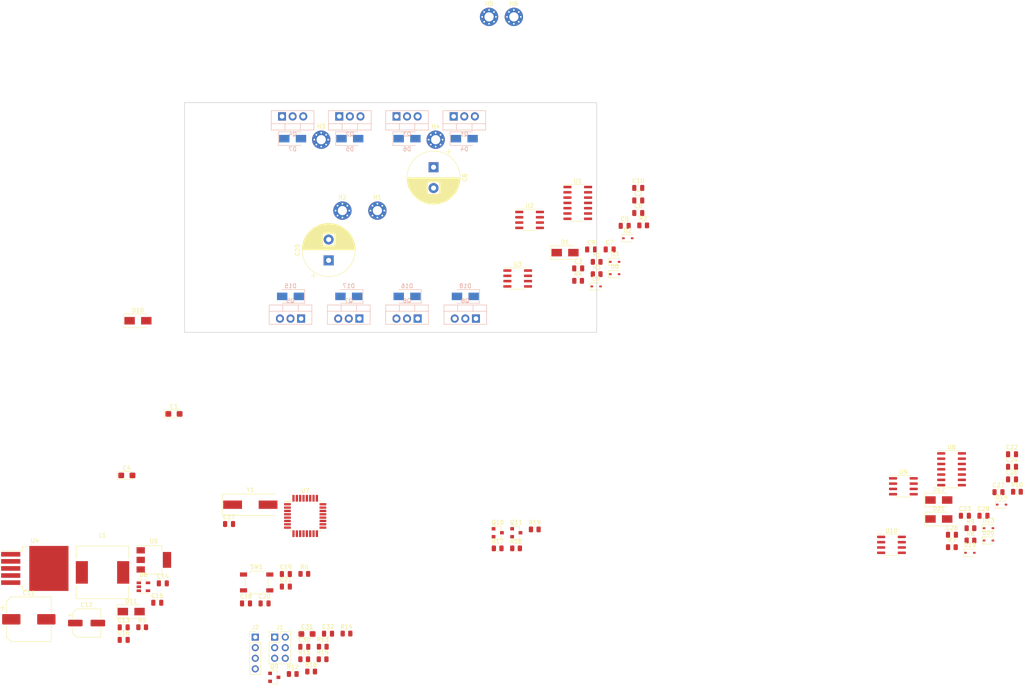
<source format=kicad_pcb>
(kicad_pcb (version 20211014) (generator pcbnew)
  (layers (0 "F.Cu" signal) (31 "B.Cu" signal) (34 "B.Paste" user) (35 "F.Paste" user) (36 "B.SilkS" user "B.Silkscreen") (37 "F.SilkS" user "F.Silkscreen") (38 "B.Mask" user) (39 "F.Mask" user) (44 "Edge.Cuts" user))
  (net 0 "")
  (net 1 "GNDREF")
  (net 2 "+12V")
  (net 3 "+5V")
  (net 4 "Net-(C5-Pad1)")
  (net 5 "+24V")
  (net 6 "Net-(C9-Pad1)")
  (net 7 "Net-(D2-Pad2)")
  (net 8 "Net-(D2-Pad1)")
  (net 9 "Net-(D3-Pad2)")
  (net 10 "Net-(D3-Pad1)")
  (net 11 "Net-(D8-Pad2)")
  (net 12 "Net-(D8-Pad1)")
  (net 13 "Net-(D9-Pad2)")
  (net 14 "Net-(D9-Pad1)")
  (net 15 "Net-(U1-Pad1)")
  (net 16 "Net-(C15-Pad1)")
  (net 17 "+3V3")
  (net 18 "Net-(D11-Pad1)")
  (net 19 "Net-(U7-Pad28)")
  (net 20 "Net-(U7-Pad27)")
  (net 21 "Net-(U7-Pad22)")
  (net 22 "Net-(U7-Pad19)")
  (net 23 "3V3_EN")
  (net 24 "/ATMega328P/XTAL1")
  (net 25 "/ATMega328P/XTAL2")
  (net 26 "Net-(C20-Pad1)")
  (net 27 "PWM")
  (net 28 "/ATMega328P/RESET")
  (net 29 "/H-Bridge-right/MOTOR-A")
  (net 30 "/H-Bridge-right/MOTOR-B")
  (net 31 "/H-Bridge-left/MOTOR-A")
  (net 32 "Net-(C24-Pad1)")
  (net 33 "/H-Bridge-left/MOTOR-B")
  (net 34 "Net-(C28-Pad1)")
  (net 35 "Net-(D13-Pad2)")
  (net 36 "Net-(D13-Pad1)")
  (net 37 "Net-(D14-Pad2)")
  (net 38 "Net-(D14-Pad1)")
  (net 39 "Net-(D19-Pad2)")
  (net 40 "Net-(D19-Pad1)")
  (net 41 "Net-(D20-Pad2)")
  (net 42 "Net-(D20-Pad1)")
  (net 43 "/H-Bridge-right/EN1")
  (net 44 "/H-Bridge-right/PWM2")
  (net 45 "/H-Bridge-right/PWM1")
  (net 46 "/H-Bridge-left/EN1")
  (net 47 "/H-Bridge-left/PWM2")
  (net 48 "Net-(U8-Pad1)")
  (net 49 "/H-Bridge-left/PWM1")
  (net 50 "/ATMega328P/DTR")
  (net 51 "/ATMega328P/MISO")
  (net 52 "/ATMega328P/SCK")
  (net 53 "/ATMega328P/MOSI")
  (net 54 "/ATMega328P/RXD")
  (net 55 "/ATMega328P/TXD")
  (net 56 "Net-(Q9-Pad2)")
  (net 57 "Net-(Q9-Pad1)")
  (net 58 "ENABLE-R")
  (net 59 "DIRECTION-R")
  (net 60 "ENABLE-L")
  (net 61 "DIRECTION-L")
  (net 62 "/ATMega328P/BAT_READ_EN")
  (net 63 "/ATMega328P/A0")
  (net 64 "Net-(Q10-Pad3)")
  (net 65 "Net-(Q10-Pad2)")
  (net 66 "Net-(Q10-Pad1)")
  (net 67 "Net-(Q11-Pad3)")
  (net 68 "Net-(Q11-Pad2)")
  (net 69 "Net-(Q11-Pad1)")
  (net 70 "Net-(R17-Pad2)")
  (net 71 "Net-(R17-Pad1)")
  (net 72 "Net-(R18-Pad2)")
  (net 73 "Net-(R18-Pad1)")
  (net 74 "Net-(R19-Pad2)")
  (net 75 "Net-(R19-Pad1)")
  (net 76 "/ATMega328P/D2")
  (net 77 "/ATMega328P/A3")
  (net 78 "/ATMega328P/A2")
  (net 79 "/ATMega328P/A1")
  (net 80 "/ATMega328P/D3")
  (footprint "Capacitor_Tantalum_SMD:CP_EIA-3216-18_Kemet-A" (layer "F.Cu") (at 69.596 117.348)
    (fp_text reference "C1" (at 0 -1.75) (layer "F.SilkS"))
    (fp_text value "10uF")
    (pad "1" smd roundrect locked (at -1.35 0) (size 1.4 1.35) (layers "F.Cu" "F.Paste" "F.Mask") (roundrect_rratio 0.185185) (net 2 "+12V"))
    (pad "2" smd roundrect locked (at 1.35 0) (size 1.4 1.35) (layers "F.Cu" "F.Paste" "F.Mask") (roundrect_rratio 0.185185) (net 1 "GNDREF"))
  )
  (footprint "Capacitor_Tantalum_SMD:CP_EIA-3216-18_Kemet-A" (layer "F.Cu") (at 58.296 132.108)
    (fp_text reference "C4" (at 0 -1.75) (layer "F.SilkS"))
    (fp_text value "10uF")
    (pad "1" smd roundrect locked (at -1.35 0) (size 1.4 1.35) (layers "F.Cu" "F.Paste" "F.Mask") (roundrect_rratio 0.185185) (net 2 "+12V"))
    (pad "2" smd roundrect locked (at 1.35 0) (size 1.4 1.35) (layers "F.Cu" "F.Paste" "F.Mask") (roundrect_rratio 0.185185) (net 1 "GNDREF"))
  )
  (footprint "Capacitor_SMD:CP_Elec_10x10.5" (layer "F.Cu") (at 34.798 166.624)
    (fp_text reference "C11" (at 0 -6.3) (layer "F.SilkS"))
    (fp_text value "220uF/50V")
    (pad "1" smd roundrect locked (at -4.2 0) (size 4.4 2.5) (layers "F.Cu" "F.Paste" "F.Mask") (roundrect_rratio 0.1) (net 5 "+24V"))
    (pad "2" smd roundrect locked (at 4.2 0) (size 4.4 2.5) (layers "F.Cu" "F.Paste" "F.Mask") (roundrect_rratio 0.1) (net 1 "GNDREF"))
  )
  (footprint "Capacitor_SMD:CP_Elec_6.3x7.7" (layer "F.Cu") (at 48.643 167.524)
    (fp_text reference "C12" (at 0 -4.35) (layer "F.SilkS"))
    (fp_text value "220uF/16V")
    (pad "1" smd roundrect locked (at -2.7 0) (size 3.5 1.6) (layers "F.Cu" "F.Paste" "F.Mask") (roundrect_rratio 0.15625) (net 2 "+12V"))
    (pad "2" smd roundrect locked (at 2.7 0) (size 3.5 1.6) (layers "F.Cu" "F.Paste" "F.Mask") (roundrect_rratio 0.15625) (net 1 "GNDREF"))
  )
  (footprint "Capacitor_SMD:C_0805_2012Metric" (layer "F.Cu") (at 57.543 168.554)
    (fp_text reference "C13" (at 0 -1.68) (layer "F.SilkS"))
    (fp_text value "10uF")
    (pad "1" smd roundrect locked (at -0.95 0) (size 1 1.45) (layers "F.Cu" "F.Paste" "F.Mask") (net 2 "+12V"))
    (pad "2" smd roundrect locked (at 0.95 0) (size 1 1.45) (layers "F.Cu" "F.Paste" "F.Mask") (net 1 "GNDREF"))
  )
  (footprint "Capacitor_SMD:C_0805_2012Metric" (layer "F.Cu") (at 66.923 158.004)
    (fp_text reference "C14" (at 0 -1.68) (layer "F.SilkS"))
    (fp_text value "10uF")
    (pad "1" smd roundrect locked (at -0.95 0) (size 1 1.45) (layers "F.Cu" "F.Paste" "F.Mask") (net 3 "+5V"))
    (pad "2" smd roundrect locked (at 0.95 0) (size 1 1.45) (layers "F.Cu" "F.Paste" "F.Mask") (net 1 "GNDREF"))
  )
  (footprint "Capacitor_SMD:C_0805_2012Metric" (layer "F.Cu") (at 65.593 162.654)
    (fp_text reference "C15" (at 0 -1.68) (layer "F.SilkS"))
    (fp_text value "470pF")
    (pad "1" smd roundrect locked (at -0.95 0) (size 1 1.45) (layers "F.Cu" "F.Paste" "F.Mask") (net 16 "Net-(C15-Pad1)"))
    (pad "2" smd roundrect locked (at 0.95 0) (size 1 1.45) (layers "F.Cu" "F.Paste" "F.Mask") (net 1 "GNDREF"))
  )
  (footprint "Capacitor_SMD:C_0805_2012Metric" (layer "F.Cu") (at 57.543 171.564)
    (fp_text reference "C16" (at 0 -1.68) (layer "F.SilkS"))
    (fp_text value "10uF")
    (pad "1" smd roundrect locked (at -0.95 0) (size 1 1.45) (layers "F.Cu" "F.Paste" "F.Mask") (net 17 "+3V3"))
    (pad "2" smd roundrect locked (at 0.95 0) (size 1 1.45) (layers "F.Cu" "F.Paste" "F.Mask") (net 1 "GNDREF"))
  )
  (footprint "Diode_SMD:D_SMA" (layer "F.Cu") (at 59.343 164.774)
    (fp_text reference "D11" (at 0 -2.5) (layer "F.SilkS"))
    (fp_text value "SS34")
    (pad "1" smd rect locked (at -2 0) (size 2.5 1.8) (layers "F.Cu" "F.Paste" "F.Mask") (net 18 "Net-(D11-Pad1)"))
    (pad "2" smd rect locked (at 2 0) (size 2.5 1.8) (layers "F.Cu" "F.Paste" "F.Mask") (net 1 "GNDREF"))
  )
  (footprint "Inductor_SMD:L_12x12mm_H4.5mm" (layer "F.Cu") (at 52.463 155.374)
    (fp_text reference "L1" (at 0 -8.89) (layer "F.SilkS"))
    (fp_text value "33uH")
    (pad "1" smd rect locked (at -4.95 0) (size 2.9 5.4) (layers "F.Cu" "F.Paste" "F.Mask") (net 18 "Net-(D11-Pad1)"))
    (pad "2" smd rect locked (at 4.95 0) (size 2.9 5.4) (layers "F.Cu" "F.Paste" "F.Mask") (net 2 "+12V"))
  )
  (footprint "Resistor_SMD:R_0805_2012Metric" (layer "F.Cu") (at 61.973 168.524)
    (fp_text reference "R5" (at 0 -1.65) (layer "F.SilkS"))
    (fp_text value "100K")
    (pad "1" smd roundrect locked (at -0.9125 0) (size 1.025 1.4) (layers "F.Cu" "F.Paste" "F.Mask") (roundrect_rratio 0.243902) (net 1 "GNDREF"))
    (pad "2" smd roundrect locked (at 0.9125 0) (size 1.025 1.4) (layers "F.Cu" "F.Paste" "F.Mask") (roundrect_rratio 0.243902) (net 23 "3V3_EN"))
  )
  (footprint "Package_TO_SOT_SMD:TO-263-5_TabPin3" (layer "F.Cu") (at 36.233 154.424)
    (fp_text reference "U4" (at 0 -6.65) (layer "F.SilkS"))
    (fp_text value "LM2596S-12")
    (pad "1" smd rect locked (at -5.775 -3.4) (size 4.6 1.1) (layers "F.Cu" "F.Paste" "F.Mask") (net 5 "+24V"))
    (pad "2" smd rect locked (at -5.775 -1.7) (size 4.6 1.1) (layers "F.Cu" "F.Paste" "F.Mask") (net 18 "Net-(D11-Pad1)"))
    (pad "3" smd rect locked (at 3.375 0) (size 9.4 10.8) (layers "F.Cu" "F.Mask") (net 1 "GNDREF"))
    (pad "3" smd rect locked (at -5.775 0) (size 4.6 1.1) (layers "F.Cu" "F.Paste" "F.Mask") (net 1 "GNDREF"))
    (pad "4" smd rect locked (at -5.775 1.7) (size 4.6 1.1) (layers "F.Cu" "F.Paste" "F.Mask") (net 2 "+12V"))
    (pad "5" smd rect locked (at -5.775 3.4) (size 4.6 1.1) (layers "F.Cu" "F.Paste" "F.Mask") (net 1 "GNDREF"))
  )
  (footprint "Package_TO_SOT_SMD:SOT-223-3_TabPin2" (layer "F.Cu") (at 64.773 152.374)
    (fp_text reference "U5" (at 0 -4.5) (layer "F.SilkS"))
    (fp_text value "AMS1117-5.0")
    (pad "1" smd rect locked (at -3.15 -2.3) (size 2 1.5) (layers "F.Cu" "F.Paste" "F.Mask") (net 1 "GNDREF"))
    (pad "2" smd rect locked (at -3.15 0) (size 2 1.5) (layers "F.Cu" "F.Paste" "F.Mask") (net 3 "+5V"))
    (pad "2" smd rect locked (at 3.15 0) (size 2 3.8) (layers "F.Cu" "F.Paste" "F.Mask") (net 3 "+5V"))
    (pad "3" smd rect locked (at -3.15 2.3) (size 2 1.5) (layers "F.Cu" "F.Paste" "F.Mask") (net 2 "+12V"))
  )
  (footprint "Package_TO_SOT_SMD:SOT-23-5" (layer "F.Cu") (at 62.273 158.824)
    (fp_text reference "U6" (at 0 -2.9) (layer "F.SilkS"))
    (fp_text value "MIC5219-3.3YM5")
    (pad "1" smd rect locked (at -1.1 -0.95) (size 1.06 0.65) (layers "F.Cu" "F.Paste" "F.Mask") (net 2 "+12V"))
    (pad "2" smd rect locked (at -1.1 0) (size 1.06 0.65) (layers "F.Cu" "F.Paste" "F.Mask") (net 1 "GNDREF"))
    (pad "3" smd rect locked (at -1.1 0.95) (size 1.06 0.65) (layers "F.Cu" "F.Paste" "F.Mask") (net 23 "3V3_EN"))
    (pad "4" smd rect locked (at 1.1 0.95) (size 1.06 0.65) (layers "F.Cu" "F.Paste" "F.Mask") (net 16 "Net-(C15-Pad1)"))
    (pad "5" smd rect locked (at 1.1 -0.95) (size 1.06 0.65) (layers "F.Cu" "F.Paste" "F.Mask") (net 17 "+3V3"))
  )
  (footprint "Capacitor_SMD:C_0805_2012Metric" (layer "F.Cu") (at 82.804 143.764)
    (fp_text reference "C17" (at 0 -1.68) (layer "F.SilkS"))
    (fp_text value "22pF")
    (pad "1" smd roundrect locked (at -0.95 0) (size 1 1.45) (layers "F.Cu" "F.Paste" "F.Mask") (net 24 "/ATMega328P/XTAL1"))
    (pad "2" smd roundrect locked (at 0.95 0) (size 1 1.45) (layers "F.Cu" "F.Paste" "F.Mask") (net 1 "GNDREF"))
  )
  (footprint "Package_QFP:TQFP-32_7x7mm_P0.8mm" (layer "F.Cu") (at 101.054 141.834)
    (fp_text reference "U7" (at 0 -6.05) (layer "F.SilkS"))
    (fp_text value "ATmega328P-AU")
    (pad "1" smd rect locked (at -4.25 -2.8) (size 1.6 0.55) (layers "F.Cu" "F.Paste" "F.Mask") (net 80 "/ATMega328P/D3"))
    (pad "2" smd rect locked (at -4.25 -2) (size 1.6 0.55) (layers "F.Cu" "F.Paste" "F.Mask") (net 61 "DIRECTION-L"))
    (pad "3" smd rect locked (at -4.25 -1.2) (size 1.6 0.55) (layers "F.Cu" "F.Paste" "F.Mask") (net 1 "GNDREF"))
    (pad "4" smd rect locked (at -4.25 -0.4) (size 1.6 0.55) (layers "F.Cu" "F.Paste" "F.Mask") (net 3 "+5V"))
    (pad "5" smd rect locked (at -4.25 0.4) (size 1.6 0.55) (layers "F.Cu" "F.Paste" "F.Mask") (net 1 "GNDREF"))
    (pad "6" smd rect locked (at -4.25 1.2) (size 1.6 0.55) (layers "F.Cu" "F.Paste" "F.Mask") (net 3 "+5V"))
    (pad "7" smd rect locked (at -4.25 2) (size 1.6 0.55) (layers "F.Cu" "F.Paste" "F.Mask") (net 24 "/ATMega328P/XTAL1"))
    (pad "8" smd rect locked (at -4.25 2.8) (size 1.6 0.55) (layers "F.Cu" "F.Paste" "F.Mask") (net 25 "/ATMega328P/XTAL2"))
    (pad "9" smd rect locked (at -2.8 4.25 90) (size 1.6 0.55) (layers "F.Cu" "F.Paste" "F.Mask") (net 59 "DIRECTION-R"))
    (pad "10" smd rect locked (at -2 4.25 90) (size 1.6 0.55) (layers "F.Cu" "F.Paste" "F.Mask") (net 27 "PWM"))
    (pad "11" smd rect locked (at -1.2 4.25 90) (size 1.6 0.55) (layers "F.Cu" "F.Paste" "F.Mask") (net 23 "3V3_EN"))
    (pad "12" smd rect locked (at -0.4 4.25 90) (size 1.6 0.55) (layers "F.Cu" "F.Paste" "F.Mask") (net 58 "ENABLE-R"))
    (pad "13" smd rect locked (at 0.4 4.25 90) (size 1.6 0.55) (layers "F.Cu" "F.Paste" "F.Mask") (net 60 "ENABLE-L"))
    (pad "14" smd rect locked (at 1.2 4.25 90) (size 1.6 0.55) (layers "F.Cu" "F.Paste" "F.Mask") (net 62 "/ATMega328P/BAT_READ_EN"))
    (pad "15" smd rect locked (at 2 4.25 90) (size 1.6 0.55) (layers "F.Cu" "F.Paste" "F.Mask") (net 53 "/ATMega328P/MOSI"))
    (pad "16" smd rect locked (at 2.8 4.25 90) (size 1.6 0.55) (layers "F.Cu" "F.Paste" "F.Mask") (net 51 "/ATMega328P/MISO"))
    (pad "17" smd rect locked (at 4.25 2.8) (size 1.6 0.55) (layers "F.Cu" "F.Paste" "F.Mask") (net 52 "/ATMega328P/SCK"))
    (pad "18" smd rect locked (at 4.25 2) (size 1.6 0.55) (layers "F.Cu" "F.Paste" "F.Mask") (net 3 "+5V"))
    (pad "19" smd rect locked (at 4.25 1.2) (size 1.6 0.55) (layers "F.Cu" "F.Paste" "F.Mask") (net 22 "Net-(U7-Pad19)"))
    (pad "20" smd rect locked (at 4.25 0.4) (size 1.6 0.55) (layers "F.Cu" "F.Paste" "F.Mask") (net 26 "Net-(C20-Pad1)"))
    (pad "21" smd rect locked (at 4.25 -0.4) (size 1.6 0.55) (layers "F.Cu" "F.Paste" "F.Mask") (net 1 "GNDREF"))
    (pad "22" smd rect locked (at 4.25 -1.2) (size 1.6 0.55) (layers "F.Cu" "F.Paste" "F.Mask") (net 21 "Net-(U7-Pad22)"))
    (pad "23" smd rect locked (at 4.25 -2) (size 1.6 0.55) (layers "F.Cu" "F.Paste" "F.Mask") (net 63 "/ATMega328P/A0"))
    (pad "24" smd rect locked (at 4.25 -2.8) (size 1.6 0.55) (layers "F.Cu" "F.Paste" "F.Mask") (net 79 "/ATMega328P/A1"))
    (pad "25" smd rect locked (at 2.8 -4.25 90) (size 1.6 0.55) (layers "F.Cu" "F.Paste" "F.Mask") (net 78 "/ATMega328P/A2"))
    (pad "26" smd rect locked (at 2 -4.25 90) (size 1.6 0.55) (layers "F.Cu" "F.Paste" "F.Mask") (net 77 "/ATMega328P/A3"))
    (pad "27" smd rect locked (at 1.2 -4.25 90) (size 1.6 0.55) (layers "F.Cu" "F.Paste" "F.Mask") (net 20 "Net-(U7-Pad27)"))
    (pad "28" smd rect locked (at 0.4 -4.25 90) (size 1.6 0.55) (layers "F.Cu" "F.Paste" "F.Mask") (net 19 "Net-(U7-Pad28)"))
    (pad "29" smd rect locked (at -0.4 -4.25 90) (size 1.6 0.55) (layers "F.Cu" "F.Paste" "F.Mask") (net 28 "/ATMega328P/RESET"))
    (pad "30" smd rect locked (at -1.2 -4.25 90) (size 1.6 0.55) (layers "F.Cu" "F.Paste" "F.Mask") (net 54 "/ATMega328P/RXD"))
    (pad "31" smd rect locked (at -2 -4.25 90) (size 1.6 0.55) (layers "F.Cu" "F.Paste" "F.Mask") (net 55 "/ATMega328P/TXD"))
    (pad "32" smd rect locked (at -2.8 -4.25 90) (size 1.6 0.55) (layers "F.Cu" "F.Paste" "F.Mask") (net 76 "/ATMega328P/D2"))
  )
  (footprint "Crystal:Crystal_SMD_HC49-SD" (layer "F.Cu") (at 87.904 139.134)
    (fp_text reference "Y1" (at 0 -3.55) (layer "F.SilkS"))
    (fp_text value "16MHz")
    (pad "1" smd rect locked (at -4.25 0) (size 4.5 2) (layers "F.Cu" "F.Paste" "F.Mask") (net 24 "/ATMega328P/XTAL1"))
    (pad "2" smd rect locked (at 4.25 0) (size 4.5 2) (layers "F.Cu" "F.Paste" "F.Mask") (net 25 "/ATMega328P/XTAL2"))
  )
  (footprint "Capacitor_SMD:C_0805_2012Metric" (layer "F.Cu") (at 86.868 162.814)
    (fp_text reference "C18" (at 0 -1.68) (layer "F.SilkS"))
    (fp_text value "22pF")
    (pad "1" smd roundrect locked (at -0.95 0) (size 1 1.45) (layers "F.Cu" "F.Paste" "F.Mask") (net 25 "/ATMega328P/XTAL2"))
    (pad "2" smd roundrect locked (at 0.95 0) (size 1 1.45) (layers "F.Cu" "F.Paste" "F.Mask") (net 1 "GNDREF"))
  )
  (footprint "Capacitor_SMD:C_0805_2012Metric" (layer "F.Cu") (at 96.418 155.764)
    (fp_text reference "C19" (at 0 -1.68) (layer "F.SilkS"))
    (fp_text value "0.1uF")
    (pad "1" smd roundrect locked (at -0.95 0) (size 1 1.45) (layers "F.Cu" "F.Paste" "F.Mask") (net 28 "/ATMega328P/RESET"))
    (pad "2" smd roundrect locked (at 0.95 0) (size 1 1.45) (layers "F.Cu" "F.Paste" "F.Mask") (net 50 "/ATMega328P/DTR"))
  )
  (footprint "Capacitor_SMD:C_0805_2012Metric" (layer "F.Cu") (at 91.318 162.814)
    (fp_text reference "C20" (at 0 -1.68) (layer "F.SilkS"))
    (fp_text value "0.1uF")
    (pad "1" smd roundrect locked (at -0.95 0) (size 1 1.45) (layers "F.Cu" "F.Paste" "F.Mask") (net 26 "Net-(C20-Pad1)"))
    (pad "2" smd roundrect locked (at 0.95 0) (size 1 1.45) (layers "F.Cu" "F.Paste" "F.Mask") (net 1 "GNDREF"))
  )
  (footprint "Capacitor_SMD:C_0805_2012Metric" (layer "F.Cu") (at 96.418 158.774)
    (fp_text reference "C21" (at 0 -1.68) (layer "F.SilkS"))
    (fp_text value "0.1uF")
    (pad "1" smd roundrect locked (at -0.95 0) (size 1 1.45) (layers "F.Cu" "F.Paste" "F.Mask") (net 3 "+5V"))
    (pad "2" smd roundrect locked (at 0.95 0) (size 1 1.45) (layers "F.Cu" "F.Paste" "F.Mask") (net 1 "GNDREF"))
  )
  (footprint "Resistor_SMD:R_0805_2012Metric" (layer "F.Cu") (at 100.848 155.734)
    (fp_text reference "R6" (at 0 -1.65) (layer "F.SilkS"))
    (fp_text value "10K")
    (pad "1" smd roundrect locked (at -0.9125 0) (size 1.025 1.4) (layers "F.Cu" "F.Paste" "F.Mask") (roundrect_rratio 0.243902) (net 3 "+5V"))
    (pad "2" smd roundrect locked (at 0.9125 0) (size 1.025 1.4) (layers "F.Cu" "F.Paste" "F.Mask") (roundrect_rratio 0.243902) (net 28 "/ATMega328P/RESET"))
  )
  (footprint "Button_Switch_SMD:SW_SPST_TL3342" (layer "F.Cu") (at 89.418 157.784)
    (fp_text reference "SW1" (at 0 -3.75) (layer "F.SilkS"))
    (fp_text value "RST")
    (pad "1" smd rect locked (at -3.15 -1.9) (size 1.7 1) (layers "F.Cu" "F.Paste" "F.Mask") (net 1 "GNDREF"))
    (pad "1" smd rect locked (at 3.15 -1.9) (size 1.7 1) (layers "F.Cu" "F.Paste" "F.Mask") (net 1 "GNDREF"))
    (pad "2" smd rect locked (at 3.15 1.9) (size 1.7 1) (layers "F.Cu" "F.Paste" "F.Mask") (net 28 "/ATMega328P/RESET"))
    (pad "2" smd rect locked (at -3.15 1.9) (size 1.7 1) (layers "F.Cu" "F.Paste" "F.Mask") (net 28 "/ATMega328P/RESET"))
  )
  (footprint "Capacitor_SMD:C_0805_2012Metric" (layer "F.Cu") (at 180.9 66.14)
    (fp_text reference "C2" (at 0 -1.68) (layer "F.SilkS"))
    (fp_text value "1uF")
    (pad "1" smd roundrect locked (at -0.95 0) (size 1 1.45) (layers "F.Cu" "F.Paste" "F.Mask") (net 3 "+5V"))
    (pad "2" smd roundrect locked (at 0.95 0) (size 1 1.45) (layers "F.Cu" "F.Paste" "F.Mask") (net 1 "GNDREF"))
  )
  (footprint "Capacitor_SMD:C_0805_2012Metric" (layer "F.Cu") (at 166.5 82.44)
    (fp_text reference "C3" (at 0 -1.68) (layer "F.SilkS"))
    (fp_text value "0.1uF")
    (pad "1" smd roundrect locked (at -0.95 0) (size 1 1.45) (layers "F.Cu" "F.Paste" "F.Mask") (net 2 "+12V"))
    (pad "2" smd roundrect locked (at 0.95 0) (size 1 1.45) (layers "F.Cu" "F.Paste" "F.Mask") (net 1 "GNDREF"))
  )
  (footprint "Capacitor_SMD:C_0805_2012Metric" (layer "F.Cu") (at 177.65 72.23)
    (fp_text reference "C5" (at 0 -1.68) (layer "F.SilkS"))
    (fp_text value "1uF")
    (pad "1" smd roundrect locked (at -0.95 0) (size 1 1.45) (layers "F.Cu" "F.Paste" "F.Mask") (net 4 "Net-(C5-Pad1)"))
    (pad "2" smd roundrect locked (at 0.95 0) (size 1 1.45) (layers "F.Cu" "F.Paste" "F.Mask") (net 29 "/H-Bridge-right/MOTOR-A"))
  )
  (footprint "Capacitor_SMD:C_0805_2012Metric" (layer "F.Cu") (at 174.05 77.89)
    (fp_text reference "C7" (at 0 -1.68) (layer "F.SilkS"))
    (fp_text value "470nF")
    (pad "1" smd roundrect locked (at -0.95 0) (size 1 1.45) (layers "F.Cu" "F.Paste" "F.Mask") (net 5 "+24V"))
    (pad "2" smd roundrect locked (at 0.95 0) (size 1 1.45) (layers "F.Cu" "F.Paste" "F.Mask") (net 1 "GNDREF"))
  )
  (footprint "Capacitor_SMD:C_0805_2012Metric" (layer "F.Cu") (at 180.9 69.15)
    (fp_text reference "C8" (at 0 -1.68) (layer "F.SilkS"))
    (fp_text value "470nF")
    (pad "1" smd roundrect locked (at -0.95 0) (size 1 1.45) (layers "F.Cu" "F.Paste" "F.Mask") (net 5 "+24V"))
    (pad "2" smd roundrect locked (at 0.95 0) (size 1 1.45) (layers "F.Cu" "F.Paste" "F.Mask") (net 1 "GNDREF"))
  )
  (footprint "Capacitor_SMD:C_0805_2012Metric" (layer "F.Cu") (at 169.6 77.89)
    (fp_text reference "C9" (at 0 -1.68) (layer "F.SilkS"))
    (fp_text value "1uF")
    (pad "1" smd roundrect locked (at -0.95 0) (size 1 1.45) (layers "F.Cu" "F.Paste" "F.Mask") (net 6 "Net-(C9-Pad1)"))
    (pad "2" smd roundrect locked (at 0.95 0) (size 1 1.45) (layers "F.Cu" "F.Paste" "F.Mask") (net 30 "/H-Bridge-right/MOTOR-B"))
  )
  (footprint "Capacitor_SMD:C_0805_2012Metric" (layer "F.Cu") (at 180.9 63.13)
    (fp_text reference "C10" (at 0 -1.68) (layer "F.SilkS"))
    (fp_text value "0.1uF")
    (pad "1" smd roundrect locked (at -0.95 0) (size 1 1.45) (layers "F.Cu" "F.Paste" "F.Mask") (net 2 "+12V"))
    (pad "2" smd roundrect locked (at 0.95 0) (size 1 1.45) (layers "F.Cu" "F.Paste" "F.Mask") (net 1 "GNDREF"))
  )
  (footprint "Capacitor_SMD:C_0805_2012Metric" (layer "F.Cu") (at 270.51 127.032)
    (fp_text reference "C22" (at 0 -1.68) (layer "F.SilkS"))
    (fp_text value "1uF")
    (pad "1" smd roundrect locked (at -0.95 0) (size 1 1.45) (layers "F.Cu" "F.Paste" "F.Mask") (net 3 "+5V"))
    (pad "2" smd roundrect locked (at 0.95 0) (size 1 1.45) (layers "F.Cu" "F.Paste" "F.Mask") (net 1 "GNDREF"))
  )
  (footprint "Capacitor_SMD:C_0805_2012Metric" (layer "F.Cu") (at 259.21 141.792)
    (fp_text reference "C23" (at 0 -1.68) (layer "F.SilkS"))
    (fp_text value "0.1uF")
    (pad "1" smd roundrect locked (at -0.95 0) (size 1 1.45) (layers "F.Cu" "F.Paste" "F.Mask") (net 2 "+12V"))
    (pad "2" smd roundrect locked (at 0.95 0) (size 1 1.45) (layers "F.Cu" "F.Paste" "F.Mask") (net 1 "GNDREF"))
  )
  (footprint "Capacitor_SMD:C_0805_2012Metric" (layer "F.Cu") (at 270.51 130.042)
    (fp_text reference "C24" (at 0 -1.68) (layer "F.SilkS"))
    (fp_text value "1uF")
    (pad "1" smd roundrect locked (at -0.95 0) (size 1 1.45) (layers "F.Cu" "F.Paste" "F.Mask") (net 32 "Net-(C24-Pad1)"))
    (pad "2" smd roundrect locked (at 0.95 0) (size 1 1.45) (layers "F.Cu" "F.Paste" "F.Mask") (net 31 "/H-Bridge-left/MOTOR-A"))
  )
  (footprint "Capacitor_THT:CP_Radial_D12.5mm_P5.00mm" (layer "F.Cu") (at 106.68 80.518 90)
    (fp_text reference "C25" (at 2.5 -7.5 90) (layer "F.SilkS"))
    (fp_text value "1000uF/35V")
    (pad "1" thru_hole rect locked (at 0 0 90) (size 2.4 2.4) (drill 1.2) (layers *.Cu *.Mask) (net 5 "+24V"))
    (pad "2" thru_hole circle locked (at 5 0 90) (size 2.4 2.4) (drill 1.2) (layers *.Cu *.Mask) (net 1 "GNDREF"))
  )
  (footprint "Capacitor_SMD:C_0805_2012Metric" (layer "F.Cu") (at 256.11 146.342)
    (fp_text reference "C26" (at 0 -1.68) (layer "F.SilkS"))
    (fp_text value "470nF")
    (pad "1" smd roundrect locked (at -0.95 0) (size 1 1.45) (layers "F.Cu" "F.Paste" "F.Mask") (net 5 "+24V"))
    (pad "2" smd roundrect locked (at 0.95 0) (size 1 1.45) (layers "F.Cu" "F.Paste" "F.Mask") (net 1 "GNDREF"))
  )
  (footprint "Capacitor_SMD:C_0805_2012Metric" (layer "F.Cu") (at 267.26 136.132)
    (fp_text reference "C27" (at 0 -1.68) (layer "F.SilkS"))
    (fp_text value "470nF")
    (pad "1" smd roundrect locked (at -0.95 0) (size 1 1.45) (layers "F.Cu" "F.Paste" "F.Mask") (net 5 "+24V"))
    (pad "2" smd roundrect locked (at 0.95 0) (size 1 1.45) (layers "F.Cu" "F.Paste" "F.Mask") (net 1 "GNDREF"))
  )
  (footprint "Capacitor_SMD:C_0805_2012Metric" (layer "F.Cu") (at 270.51 133.052)
    (fp_text reference "C28" (at 0 -1.68) (layer "F.SilkS"))
    (fp_text value "1uF")
    (pad "1" smd roundrect locked (at -0.95 0) (size 1 1.45) (layers "F.Cu" "F.Paste" "F.Mask") (net 34 "Net-(C28-Pad1)"))
    (pad "2" smd roundrect locked (at 0.95 0) (size 1 1.45) (layers "F.Cu" "F.Paste" "F.Mask") (net 33 "/H-Bridge-left/MOTOR-B"))
  )
  (footprint "Capacitor_SMD:C_0805_2012Metric" (layer "F.Cu") (at 263.66 141.792)
    (fp_text reference "C29" (at 0 -1.68) (layer "F.SilkS"))
    (fp_text value "0.1uF")
    (pad "1" smd roundrect locked (at -0.95 0) (size 1 1.45) (layers "F.Cu" "F.Paste" "F.Mask") (net 2 "+12V"))
    (pad "2" smd roundrect locked (at 0.95 0) (size 1 1.45) (layers "F.Cu" "F.Paste" "F.Mask") (net 1 "GNDREF"))
  )
  (footprint "Diode_SMD:D_SMA" (layer "F.Cu") (at 163.35 78.66)
    (fp_text reference "D1" (at 0 -2.5) (layer "F.SilkS"))
    (fp_text value "SS14")
    (pad "1" smd rect locked (at -2 0) (size 2.5 1.8) (layers "F.Cu" "F.Paste" "F.Mask") (net 4 "Net-(C5-Pad1)"))
    (pad "2" smd rect locked (at 2 0) (size 2.5 1.8) (layers "F.Cu" "F.Paste" "F.Mask") (net 2 "+12V"))
  )
  (footprint "Diode_SMD:D_SOD-323" (layer "F.Cu") (at 178.4 75.21)
    (fp_text reference "D2" (at 0 -1.85) (layer "F.SilkS"))
    (fp_text value "1N4148WS")
    (pad "1" smd rect locked (at -1.05 0) (size 0.6 0.45) (layers "F.Cu" "F.Paste" "F.Mask") (net 8 "Net-(D2-Pad1)"))
    (pad "2" smd rect locked (at 1.05 0) (size 0.6 0.45) (layers "F.Cu" "F.Paste" "F.Mask") (net 7 "Net-(D2-Pad2)"))
  )
  (footprint "Diode_SMD:D_SOD-323" (layer "F.Cu") (at 175.26 80.87)
    (fp_text reference "D3" (at 0 -1.85) (layer "F.SilkS"))
    (fp_text value "1N4148WS")
    (pad "1" smd rect locked (at -1.05 0) (size 0.6 0.45) (layers "F.Cu" "F.Paste" "F.Mask") (net 10 "Net-(D3-Pad1)"))
    (pad "2" smd rect locked (at 1.05 0) (size 0.6 0.45) (layers "F.Cu" "F.Paste" "F.Mask") (net 9 "Net-(D3-Pad2)"))
  )
  (footprint "Diode_SMD:D_SOD-323" (layer "F.Cu") (at 175.26 83.82)
    (fp_text reference "D8" (at 0 -1.85) (layer "F.SilkS"))
    (fp_text value "1N4148WS")
    (pad "1" smd rect locked (at -1.05 0) (size 0.6 0.45) (layers "F.Cu" "F.Paste" "F.Mask") (net 12 "Net-(D8-Pad1)"))
    (pad "2" smd rect locked (at 1.05 0) (size 0.6 0.45) (layers "F.Cu" "F.Paste" "F.Mask") (net 11 "Net-(D8-Pad2)"))
  )
  (footprint "Diode_SMD:D_SOD-323" (layer "F.Cu") (at 170.81 86.77)
    (fp_text reference "D9" (at 0 -1.85) (layer "F.SilkS"))
    (fp_text value "1N4148WS")
    (pad "1" smd rect locked (at -1.05 0) (size 0.6 0.45) (layers "F.Cu" "F.Paste" "F.Mask") (net 14 "Net-(D9-Pad1)"))
    (pad "2" smd rect locked (at 1.05 0) (size 0.6 0.45) (layers "F.Cu" "F.Paste" "F.Mask") (net 13 "Net-(D9-Pad2)"))
  )
  (footprint "Diode_SMD:D_SMA" (layer "F.Cu") (at 60.96 94.996)
    (fp_text reference "D10" (at 0 -2.5) (layer "F.SilkS"))
    (fp_text value "SS14")
    (pad "1" smd rect locked (at -2 0) (size 2.5 1.8) (layers "F.Cu" "F.Paste" "F.Mask") (net 6 "Net-(C9-Pad1)"))
    (pad "2" smd rect locked (at 2 0) (size 2.5 1.8) (layers "F.Cu" "F.Paste" "F.Mask") (net 2 "+12V"))
  )
  (footprint "Diode_SMD:D_SMA" (layer "F.Cu") (at 252.96 138.012)
    (fp_text reference "D12" (at 0 -2.5) (layer "F.SilkS"))
    (fp_text value "SS14")
    (pad "1" smd rect locked (at -2 0) (size 2.5 1.8) (layers "F.Cu" "F.Paste" "F.Mask") (net 32 "Net-(C24-Pad1)"))
    (pad "2" smd rect locked (at 2 0) (size 2.5 1.8) (layers "F.Cu" "F.Paste" "F.Mask") (net 2 "+12V"))
  )
  (footprint "Diode_SMD:D_SOD-323" (layer "F.Cu") (at 264.87 144.772)
    (fp_text reference "D13" (at 0 -1.85) (layer "F.SilkS"))
    (fp_text value "1N4148WS")
    (pad "1" smd rect locked (at -1.05 0) (size 0.6 0.45) (layers "F.Cu" "F.Paste" "F.Mask") (net 36 "Net-(D13-Pad1)"))
    (pad "2" smd rect locked (at 1.05 0) (size 0.6 0.45) (layers "F.Cu" "F.Paste" "F.Mask") (net 35 "Net-(D13-Pad2)"))
  )
  (footprint "Diode_SMD:D_SOD-323" (layer "F.Cu") (at 268.01 139.112)
    (fp_text reference "D14" (at 0 -1.85) (layer "F.SilkS"))
    (fp_text value "1N4148WS")
    (pad "1" smd rect locked (at -1.05 0) (size 0.6 0.45) (layers "F.Cu" "F.Paste" "F.Mask") (net 38 "Net-(D14-Pad1)"))
    (pad "2" smd rect locked (at 1.05 0) (size 0.6 0.45) (layers "F.Cu" "F.Paste" "F.Mask") (net 37 "Net-(D14-Pad2)"))
  )
  (footprint "Diode_SMD:D_SOD-323" (layer "F.Cu") (at 260.42 150.672)
    (fp_text reference "D19" (at 0 -1.85) (layer "F.SilkS"))
    (fp_text value "1N4148WS")
    (pad "1" smd rect locked (at -1.05 0) (size 0.6 0.45) (layers "F.Cu" "F.Paste" "F.Mask") (net 40 "Net-(D19-Pad1)"))
    (pad "2" smd rect locked (at 1.05 0) (size 0.6 0.45) (layers "F.Cu" "F.Paste" "F.Mask") (net 39 "Net-(D19-Pad2)"))
  )
  (footprint "Diode_SMD:D_SOD-323" (layer "F.Cu") (at 264.87 147.722)
    (fp_text reference "D20" (at 0 -1.85) (layer "F.SilkS"))
    (fp_text value "1N4148WS")
    (pad "1" smd rect locked (at -1.05 0) (size 0.6 0.45) (layers "F.Cu" "F.Paste" "F.Mask") (net 42 "Net-(D20-Pad1)"))
    (pad "2" smd rect locked (at 1.05 0) (size 0.6 0.45) (layers "F.Cu" "F.Paste" "F.Mask") (net 41 "Net-(D20-Pad2)"))
  )
  (footprint "Diode_SMD:D_SMA" (layer "F.Cu") (at 252.96 142.562)
    (fp_text reference "D21" (at 0 -2.5) (layer "F.SilkS"))
    (fp_text value "SS14")
    (pad "1" smd rect locked (at -2 0) (size 2.5 1.8) (layers "F.Cu" "F.Paste" "F.Mask") (net 34 "Net-(C28-Pad1)"))
    (pad "2" smd rect locked (at 2 0) (size 2.5 1.8) (layers "F.Cu" "F.Paste" "F.Mask") (net 2 "+12V"))
  )
  (footprint "Resistor_SMD:R_0805_2012Metric" (layer "F.Cu") (at 170.93 80.87)
    (fp_text reference "R1" (at 0 -1.65) (layer "F.SilkS"))
    (fp_text value "27R")
    (pad "1" smd roundrect locked (at -0.9125 0) (size 1.025 1.4) (layers "F.Cu" "F.Paste" "F.Mask") (roundrect_rratio 0.243902) (net 7 "Net-(D2-Pad2)"))
    (pad "2" smd roundrect locked (at 0.9125 0) (size 1.025 1.4) (layers "F.Cu" "F.Paste" "F.Mask") (roundrect_rratio 0.243902) (net 8 "Net-(D2-Pad1)"))
  )
  (footprint "Resistor_SMD:R_0805_2012Metric" (layer "F.Cu") (at 182.08 72.13)
    (fp_text reference "R2" (at 0 -1.65) (layer "F.SilkS"))
    (fp_text value "27R")
    (pad "1" smd roundrect locked (at -0.9125 0) (size 1.025 1.4) (layers "F.Cu" "F.Paste" "F.Mask") (roundrect_rratio 0.243902) (net 9 "Net-(D3-Pad2)"))
    (pad "2" smd roundrect locked (at 0.9125 0) (size 1.025 1.4) (layers "F.Cu" "F.Paste" "F.Mask") (roundrect_rratio 0.243902) (net 10 "Net-(D3-Pad1)"))
  )
  (footprint "Resistor_SMD:R_0805_2012Metric" (layer "F.Cu") (at 170.93 83.82)
    (fp_text reference "R3" (at 0 -1.65) (layer "F.SilkS"))
    (fp_text value "27R")
    (pad "1" smd roundrect locked (at -0.9125 0) (size 1.025 1.4) (layers "F.Cu" "F.Paste" "F.Mask") (roundrect_rratio 0.243902) (net 11 "Net-(D8-Pad2)"))
    (pad "2" smd roundrect locked (at 0.9125 0) (size 1.025 1.4) (layers "F.Cu" "F.Paste" "F.Mask") (roundrect_rratio 0.243902) (net 12 "Net-(D8-Pad1)"))
  )
  (footprint "Resistor_SMD:R_0805_2012Metric" (layer "F.Cu") (at 166.48 85.42)
    (fp_text reference "R4" (at 0 -1.65) (layer "F.SilkS"))
    (fp_text value "27R")
    (pad "1" smd roundrect locked (at -0.9125 0) (size 1.025 1.4) (layers "F.Cu" "F.Paste" "F.Mask") (roundrect_rratio 0.243902) (net 13 "Net-(D9-Pad2)"))
    (pad "2" smd roundrect locked (at 0.9125 0) (size 1.025 1.4) (layers "F.Cu" "F.Paste" "F.Mask") (roundrect_rratio 0.243902) (net 14 "Net-(D9-Pad1)"))
  )
  (footprint "Resistor_SMD:R_0805_2012Metric" (layer "F.Cu") (at 256.09 149.322)
    (fp_text reference "R7" (at 0 -1.65) (layer "F.SilkS"))
    (fp_text value "27R")
    (pad "1" smd roundrect locked (at -0.9125 0) (size 1.025 1.4) (layers "F.Cu" "F.Paste" "F.Mask") (roundrect_rratio 0.243902) (net 35 "Net-(D13-Pad2)"))
    (pad "2" smd roundrect locked (at 0.9125 0) (size 1.025 1.4) (layers "F.Cu" "F.Paste" "F.Mask") (roundrect_rratio 0.243902) (net 36 "Net-(D13-Pad1)"))
  )
  (footprint "Resistor_SMD:R_0805_2012Metric" (layer "F.Cu") (at 260.54 147.722)
    (fp_text reference "R8" (at 0 -1.65) (layer "F.SilkS"))
    (fp_text value "27R")
    (pad "1" smd roundrect locked (at -0.9125 0) (size 1.025 1.4) (layers "F.Cu" "F.Paste" "F.Mask") (roundrect_rratio 0.243902) (net 37 "Net-(D14-Pad2)"))
    (pad "2" smd roundrect locked (at 0.9125 0) (size 1.025 1.4) (layers "F.Cu" "F.Paste" "F.Mask") (roundrect_rratio 0.243902) (net 38 "Net-(D14-Pad1)"))
  )
  (footprint "Resistor_SMD:R_0805_2012Metric" (layer "F.Cu") (at 260.54 144.772)
    (fp_text reference "R9" (at 0 -1.65) (layer "F.SilkS"))
    (fp_text value "27R")
    (pad "1" smd roundrect locked (at -0.9125 0) (size 1.025 1.4) (layers "F.Cu" "F.Paste" "F.Mask") (roundrect_rratio 0.243902) (net 39 "Net-(D19-Pad2)"))
    (pad "2" smd roundrect locked (at 0.9125 0) (size 1.025 1.4) (layers "F.Cu" "F.Paste" "F.Mask") (roundrect_rratio 0.243902) (net 40 "Net-(D19-Pad1)"))
  )
  (footprint "Resistor_SMD:R_0805_2012Metric" (layer "F.Cu") (at 271.69 136.032)
    (fp_text reference "R10" (at 0 -1.65) (layer "F.SilkS"))
    (fp_text value "27R")
    (pad "1" smd roundrect locked (at -0.9125 0) (size 1.025 1.4) (layers "F.Cu" "F.Paste" "F.Mask") (roundrect_rratio 0.243902) (net 41 "Net-(D20-Pad2)"))
    (pad "2" smd roundrect locked (at 0.9125 0) (size 1.025 1.4) (layers "F.Cu" "F.Paste" "F.Mask") (roundrect_rratio 0.243902) (net 42 "Net-(D20-Pad1)"))
  )
  (footprint "Package_SO:SOIC-14_3.9x8.7mm_P1.27mm" (layer "F.Cu") (at 166.4 66.73)
    (fp_text reference "U1" (at 0 -5.28) (layer "F.SilkS"))
    (fp_text value "74LS02")
    (pad "1" smd roundrect locked (at -2.475 -3.81) (size 1.95 0.6) (layers "F.Cu" "F.Paste" "F.Mask") (net 15 "Net-(U1-Pad1)"))
    (pad "2" smd roundrect locked (at -2.475 -2.54) (size 1.95 0.6) (layers "F.Cu" "F.Paste" "F.Mask") (net 59 "DIRECTION-R"))
    (pad "3" smd roundrect locked (at -2.475 -1.27) (size 1.95 0.6) (layers "F.Cu" "F.Paste" "F.Mask") (net 59 "DIRECTION-R"))
    (pad "4" smd roundrect locked (at -2.475 0) (size 1.95 0.6) (layers "F.Cu" "F.Paste" "F.Mask") (net 45 "/H-Bridge-right/PWM1"))
    (pad "5" smd roundrect locked (at -2.475 1.27) (size 1.95 0.6) (layers "F.Cu" "F.Paste" "F.Mask") (net 15 "Net-(U1-Pad1)"))
    (pad "6" smd roundrect locked (at -2.475 2.54) (size 1.95 0.6) (layers "F.Cu" "F.Paste" "F.Mask") (net 27 "PWM"))
    (pad "7" smd roundrect locked (at -2.475 3.81) (size 1.95 0.6) (layers "F.Cu" "F.Paste" "F.Mask") (net 1 "GNDREF"))
    (pad "8" smd roundrect locked (at 2.475 3.81) (size 1.95 0.6) (layers "F.Cu" "F.Paste" "F.Mask") (net 27 "PWM"))
    (pad "9" smd roundrect locked (at 2.475 2.54) (size 1.95 0.6) (layers "F.Cu" "F.Paste" "F.Mask") (net 59 "DIRECTION-R"))
    (pad "10" smd roundrect locked (at 2.475 1.27) (size 1.95 0.6) (layers "F.Cu" "F.Paste" "F.Mask") (net 44 "/H-Bridge-right/PWM2"))
    (pad "11" smd roundrect locked (at 2.475 0) (size 1.95 0.6) (layers "F.Cu" "F.Paste" "F.Mask") (net 58 "ENABLE-R"))
    (pad "12" smd roundrect locked (at 2.475 -1.27) (size 1.95 0.6) (layers "F.Cu" "F.Paste" "F.Mask") (net 1 "GNDREF"))
    (pad "13" smd roundrect locked (at 2.475 -2.54) (size 1.95 0.6) (layers "F.Cu" "F.Paste" "F.Mask") (net 43 "/H-Bridge-right/EN1"))
    (pad "14" smd roundrect locked (at 2.475 -3.81) (size 1.95 0.6) (layers "F.Cu" "F.Paste" "F.Mask") (net 3 "+5V"))
  )
  (footprint "Package_SO:SOIC-8_3.9x4.9mm_P1.27mm" (layer "F.Cu") (at 154.85 70.81)
    (fp_text reference "U2" (at 0 -3.4) (layer "F.SilkS"))
    (fp_text value "IR2104")
    (pad "1" smd roundrect locked (at -2.475 -1.905) (size 1.95 0.6) (layers "F.Cu" "F.Paste" "F.Mask") (net 2 "+12V"))
    (pad "2" smd roundrect locked (at -2.475 -0.635) (size 1.95 0.6) (layers "F.Cu" "F.Paste" "F.Mask") (net 45 "/H-Bridge-right/PWM1"))
    (pad "3" smd roundrect locked (at -2.475 0.635) (size 1.95 0.6) (layers "F.Cu" "F.Paste" "F.Mask") (net 43 "/H-Bridge-right/EN1"))
    (pad "4" smd roundrect locked (at -2.475 1.905) (size 1.95 0.6) (layers "F.Cu" "F.Paste" "F.Mask") (net 1 "GNDREF"))
    (pad "5" smd roundrect locked (at 2.475 1.905) (size 1.95 0.6) (layers "F.Cu" "F.Paste" "F.Mask") (net 10 "Net-(D3-Pad1)"))
    (pad "6" smd roundrect locked (at 2.475 0.635) (size 1.95 0.6) (layers "F.Cu" "F.Paste" "F.Mask") (net 29 "/H-Bridge-right/MOTOR-A"))
    (pad "7" smd roundrect locked (at 2.475 -0.635) (size 1.95 0.6) (layers "F.Cu" "F.Paste" "F.Mask") (net 8 "Net-(D2-Pad1)"))
    (pad "8" smd roundrect locked (at 2.475 -1.905) (size 1.95 0.6) (layers "F.Cu" "F.Paste" "F.Mask") (net 4 "Net-(C5-Pad1)"))
  )
  (footprint "Package_SO:SOIC-8_3.9x4.9mm_P1.27mm" (layer "F.Cu") (at 152 84.86)
    (fp_text reference "U3" (at 0 -3.4) (layer "F.SilkS"))
    (fp_text value "IR2104")
    (pad "1" smd roundrect locked (at -2.475 -1.905) (size 1.95 0.6) (layers "F.Cu" "F.Paste" "F.Mask") (net 2 "+12V"))
    (pad "2" smd roundrect locked (at -2.475 -0.635) (size 1.95 0.6) (layers "F.Cu" "F.Paste" "F.Mask") (net 44 "/H-Bridge-right/PWM2"))
    (pad "3" smd roundrect locked (at -2.475 0.635) (size 1.95 0.6) (layers "F.Cu" "F.Paste" "F.Mask") (net 43 "/H-Bridge-right/EN1"))
    (pad "4" smd roundrect locked (at -2.475 1.905) (size 1.95 0.6) (layers "F.Cu" "F.Paste" "F.Mask") (net 1 "GNDREF"))
    (pad "5" smd roundrect locked (at 2.475 1.905) (size 1.95 0.6) (layers "F.Cu" "F.Paste" "F.Mask") (net 14 "Net-(D9-Pad1)"))
    (pad "6" smd roundrect locked (at 2.475 0.635) (size 1.95 0.6) (layers "F.Cu" "F.Paste" "F.Mask") (net 30 "/H-Bridge-right/MOTOR-B"))
    (pad "7" smd roundrect locked (at 2.475 -0.635) (size 1.95 0.6) (layers "F.Cu" "F.Paste" "F.Mask") (net 12 "Net-(D8-Pad1)"))
    (pad "8" smd roundrect locked (at 2.475 -1.905) (size 1.95 0.6) (layers "F.Cu" "F.Paste" "F.Mask") (net 6 "Net-(C9-Pad1)"))
  )
  (footprint "Package_SO:SOIC-14_3.9x8.7mm_P1.27mm" (layer "F.Cu") (at 256.01 130.632)
    (fp_text reference "U8" (at 0 -5.28) (layer "F.SilkS"))
    (fp_text value "74LS02")
    (pad "1" smd roundrect locked (at -2.475 -3.81) (size 1.95 0.6) (layers "F.Cu" "F.Paste" "F.Mask") (net 48 "Net-(U8-Pad1)"))
    (pad "2" smd roundrect locked (at -2.475 -2.54) (size 1.95 0.6) (layers "F.Cu" "F.Paste" "F.Mask") (net 61 "DIRECTION-L"))
    (pad "3" smd roundrect locked (at -2.475 -1.27) (size 1.95 0.6) (layers "F.Cu" "F.Paste" "F.Mask") (net 61 "DIRECTION-L"))
    (pad "4" smd roundrect locked (at -2.475 0) (size 1.95 0.6) (layers "F.Cu" "F.Paste" "F.Mask") (net 49 "/H-Bridge-left/PWM1"))
    (pad "5" smd roundrect locked (at -2.475 1.27) (size 1.95 0.6) (layers "F.Cu" "F.Paste" "F.Mask") (net 48 "Net-(U8-Pad1)"))
    (pad "6" smd roundrect locked (at -2.475 2.54) (size 1.95 0.6) (layers "F.Cu" "F.Paste" "F.Mask") (net 27 "PWM"))
    (pad "7" smd roundrect locked (at -2.475 3.81) (size 1.95 0.6) (layers "F.Cu" "F.Paste" "F.Mask") (net 1 "GNDREF"))
    (pad "8" smd roundrect locked (at 2.475 3.81) (size 1.95 0.6) (layers "F.Cu" "F.Paste" "F.Mask") (net 27 "PWM"))
    (pad "9" smd roundrect locked (at 2.475 2.54) (size 1.95 0.6) (layers "F.Cu" "F.Paste" "F.Mask") (net 61 "DIRECTION-L"))
    (pad "10" smd roundrect locked (at 2.475 1.27) (size 1.95 0.6) (layers "F.Cu" "F.Paste" "F.Mask") (net 47 "/H-Bridge-left/PWM2"))
    (pad "11" smd roundrect locked (at 2.475 0) (size 1.95 0.6) (layers "F.Cu" "F.Paste" "F.Mask") (net 60 "ENABLE-L"))
    (pad "12" smd roundrect locked (at 2.475 -1.27) (size 1.95 0.6) (layers "F.Cu" "F.Paste" "F.Mask") (net 1 "GNDREF"))
    (pad "13" smd roundrect locked (at 2.475 -2.54) (size 1.95 0.6) (layers "F.Cu" "F.Paste" "F.Mask") (net 46 "/H-Bridge-left/EN1"))
    (pad "14" smd roundrect locked (at 2.475 -3.81) (size 1.95 0.6) (layers "F.Cu" "F.Paste" "F.Mask") (net 3 "+5V"))
  )
  (footprint "Package_SO:SOIC-8_3.9x4.9mm_P1.27mm" (layer "F.Cu") (at 244.46 134.712)
    (fp_text reference "U9" (at 0 -3.4) (layer "F.SilkS"))
    (fp_text value "IR2104")
    (pad "1" smd roundrect locked (at -2.475 -1.905) (size 1.95 0.6) (layers "F.Cu" "F.Paste" "F.Mask") (net 2 "+12V"))
    (pad "2" smd roundrect locked (at -2.475 -0.635) (size 1.95 0.6) (layers "F.Cu" "F.Paste" "F.Mask") (net 49 "/H-Bridge-left/PWM1"))
    (pad "3" smd roundrect locked (at -2.475 0.635) (size 1.95 0.6) (layers "F.Cu" "F.Paste" "F.Mask") (net 46 "/H-Bridge-left/EN1"))
    (pad "4" smd roundrect locked (at -2.475 1.905) (size 1.95 0.6) (layers "F.Cu" "F.Paste" "F.Mask") (net 1 "GNDREF"))
    (pad "5" smd roundrect locked (at 2.475 1.905) (size 1.95 0.6) (layers "F.Cu" "F.Paste" "F.Mask") (net 38 "Net-(D14-Pad1)"))
    (pad "6" smd roundrect locked (at 2.475 0.635) (size 1.95 0.6) (layers "F.Cu" "F.Paste" "F.Mask") (net 31 "/H-Bridge-left/MOTOR-A"))
    (pad "7" smd roundrect locked (at 2.475 -0.635) (size 1.95 0.6) (layers "F.Cu" "F.Paste" "F.Mask") (net 36 "Net-(D13-Pad1)"))
    (pad "8" smd roundrect locked (at 2.475 -1.905) (size 1.95 0.6) (layers "F.Cu" "F.Paste" "F.Mask") (net 32 "Net-(C24-Pad1)"))
  )
  (footprint "Package_SO:SOIC-8_3.9x4.9mm_P1.27mm" (layer "F.Cu") (at 241.61 148.762)
    (fp_text reference "U10" (at 0 -3.4) (layer "F.SilkS"))
    (fp_text value "IR2104")
    (pad "1" smd roundrect locked (at -2.475 -1.905) (size 1.95 0.6) (layers "F.Cu" "F.Paste" "F.Mask") (net 2 "+12V"))
    (pad "2" smd roundrect locked (at -2.475 -0.635) (size 1.95 0.6) (layers "F.Cu" "F.Paste" "F.Mask") (net 47 "/H-Bridge-left/PWM2"))
    (pad "3" smd roundrect locked (at -2.475 0.635) (size 1.95 0.6) (layers "F.Cu" "F.Paste" "F.Mask") (net 46 "/H-Bridge-left/EN1"))
    (pad "4" smd roundrect locked (at -2.475 1.905) (size 1.95 0.6) (layers "F.Cu" "F.Paste" "F.Mask") (net 1 "GNDREF"))
    (pad "5" smd roundrect locked (at 2.475 1.905) (size 1.95 0.6) (layers "F.Cu" "F.Paste" "F.Mask") (net 42 "Net-(D20-Pad1)"))
    (pad "6" smd roundrect locked (at 2.475 0.635) (size 1.95 0.6) (layers "F.Cu" "F.Paste" "F.Mask") (net 33 "/H-Bridge-left/MOTOR-B"))
    (pad "7" smd roundrect locked (at 2.475 -0.635) (size 1.95 0.6) (layers "F.Cu" "F.Paste" "F.Mask") (net 40 "Net-(D19-Pad1)"))
    (pad "8" smd roundrect locked (at 2.475 -1.905) (size 1.95 0.6) (layers "F.Cu" "F.Paste" "F.Mask") (net 34 "Net-(C28-Pad1)"))
  )
  (footprint "Capacitor_SMD:C_0805_2012Metric" (layer "F.Cu") (at 100.838 173.228)
    (fp_text reference "C30" (at 0 -1.68) (layer "F.SilkS"))
    (fp_text value "0.1uF")
    (pad "1" smd roundrect locked (at -0.95 0) (size 1 1.45) (layers "F.Cu" "F.Paste" "F.Mask") (net 3 "+5V"))
    (pad "2" smd roundrect locked (at 0.95 0) (size 1 1.45) (layers "F.Cu" "F.Paste" "F.Mask") (net 1 "GNDREF"))
  )
  (footprint "Capacitor_Tantalum_SMD:CP_EIA-3216-18_Kemet-A" (layer "F.Cu") (at 101.483 170.148)
    (fp_text reference "C31" (at 0 -1.75) (layer "F.SilkS"))
    (fp_text value "10uF")
    (pad "1" smd roundrect locked (at -1.35 0) (size 1.4 1.35) (layers "F.Cu" "F.Paste" "F.Mask") (roundrect_rratio 0.185185) (net 3 "+5V"))
    (pad "2" smd roundrect locked (at 1.35 0) (size 1.4 1.35) (layers "F.Cu" "F.Paste" "F.Mask") (roundrect_rratio 0.185185) (net 1 "GNDREF"))
  )
  (footprint "Capacitor_SMD:C_0805_2012Metric" (layer "F.Cu") (at 106.528 170.078)
    (fp_text reference "C32" (at 0 -1.68) (layer "F.SilkS"))
    (fp_text value "0.1uF")
    (pad "1" smd roundrect locked (at -0.95 0) (size 1 1.45) (layers "F.Cu" "F.Paste" "F.Mask") (net 63 "/ATMega328P/A0"))
    (pad "2" smd roundrect locked (at 0.95 0) (size 1 1.45) (layers "F.Cu" "F.Paste" "F.Mask") (net 1 "GNDREF"))
  )
  (footprint "Connector_PinHeader_2.54mm:PinHeader_2x03_P2.54mm_Vertical" (layer "F.Cu") (at 93.738 170.898)
    (fp_text reference "J1" (at 1.27 -2.33) (layer "F.SilkS"))
    (fp_text value "Conn_02x03_Odd_Even")
    (pad "1" thru_hole rect locked (at 0 0) (size 1.7 1.7) (drill 1) (layers *.Cu *.Mask) (net 1 "GNDREF"))
    (pad "2" thru_hole oval locked (at 2.54 0) (size 1.7 1.7) (drill 1) (layers *.Cu *.Mask) (net 28 "/ATMega328P/RESET"))
    (pad "3" thru_hole oval locked (at 0 2.54) (size 1.7 1.7) (drill 1) (layers *.Cu *.Mask) (net 53 "/ATMega328P/MOSI"))
    (pad "4" thru_hole oval locked (at 2.54 2.54) (size 1.7 1.7) (drill 1) (layers *.Cu *.Mask) (net 52 "/ATMega328P/SCK"))
    (pad "5" thru_hole oval locked (at 0 5.08) (size 1.7 1.7) (drill 1) (layers *.Cu *.Mask) (net 3 "+5V"))
    (pad "6" thru_hole oval locked (at 2.54 5.08) (size 1.7 1.7) (drill 1) (layers *.Cu *.Mask) (net 51 "/ATMega328P/MISO"))
  )
  (footprint "Connector_PinHeader_2.54mm:PinHeader_1x04_P2.54mm_Vertical" (layer "F.Cu") (at 89.088 170.898)
    (fp_text reference "J2" (at 0 -2.33) (layer "F.SilkS"))
    (fp_text value "Conn_01x04")
    (pad "1" thru_hole rect locked (at 0 0) (size 1.7 1.7) (drill 1) (layers *.Cu *.Mask) (net 1 "GNDREF"))
    (pad "2" thru_hole oval locked (at 0 2.54) (size 1.7 1.7) (drill 1) (layers *.Cu *.Mask) (net 50 "/ATMega328P/DTR"))
    (pad "3" thru_hole oval locked (at 0 5.08) (size 1.7 1.7) (drill 1) (layers *.Cu *.Mask) (net 55 "/ATMega328P/TXD"))
    (pad "4" thru_hole oval locked (at 0 7.62) (size 1.7 1.7) (drill 1) (layers *.Cu *.Mask) (net 54 "/ATMega328P/RXD"))
  )
  (footprint "Package_TO_SOT_SMD:SOT-23" (layer "F.Cu") (at 93.638 180.548)
    (fp_text reference "Q9" (at 0 -2.5) (layer "F.SilkS"))
    (fp_text value "BSS84")
    (pad "1" smd rect locked (at -1 -0.95) (size 0.9 0.8) (layers "F.Cu" "F.Paste" "F.Mask") (net 57 "Net-(Q9-Pad1)"))
    (pad "2" smd rect locked (at -1 0.95) (size 0.9 0.8) (layers "F.Cu" "F.Paste" "F.Mask") (net 56 "Net-(Q9-Pad2)"))
    (pad "3" smd rect locked (at 1 0) (size 0.9 0.8) (layers "F.Cu" "F.Paste" "F.Mask") (net 63 "/ATMega328P/A0"))
  )
  (footprint "Resistor_SMD:R_0805_2012Metric" (layer "F.Cu") (at 100.818 176.208)
    (fp_text reference "R11" (at 0 -1.65) (layer "F.SilkS"))
    (fp_text value "10K")
    (pad "1" smd roundrect locked (at -0.9125 0) (size 1.025 1.4) (layers "F.Cu" "F.Paste" "F.Mask") (roundrect_rratio 0.243902) (net 3 "+5V"))
    (pad "2" smd roundrect locked (at 0.9125 0) (size 1.025 1.4) (layers "F.Cu" "F.Paste" "F.Mask") (roundrect_rratio 0.243902) (net 58 "ENABLE-R"))
  )
  (footprint "Resistor_SMD:R_0805_2012Metric" (layer "F.Cu") (at 98.068 179.748)
    (fp_text reference "R12" (at 0 -1.65) (layer "F.SilkS"))
    (fp_text value "10K")
    (pad "1" smd roundrect locked (at -0.9125 0) (size 1.025 1.4) (layers "F.Cu" "F.Paste" "F.Mask") (roundrect_rratio 0.243902) (net 3 "+5V"))
    (pad "2" smd roundrect locked (at 0.9125 0) (size 1.025 1.4) (layers "F.Cu" "F.Paste" "F.Mask") (roundrect_rratio 0.243902) (net 60 "ENABLE-L"))
  )
  (footprint "Resistor_SMD:R_0805_2012Metric" (layer "F.Cu") (at 105.268 173.198)
    (fp_text reference "R13" (at 0 -1.65) (layer "F.SilkS"))
    (fp_text value "10K")
    (pad "1" smd roundrect locked (at -0.9125 0) (size 1.025 1.4) (layers "F.Cu" "F.Paste" "F.Mask") (roundrect_rratio 0.243902) (net 5 "+24V"))
    (pad "2" smd roundrect locked (at 0.9125 0) (size 1.025 1.4) (layers "F.Cu" "F.Paste" "F.Mask") (roundrect_rratio 0.243902) (net 57 "Net-(Q9-Pad1)"))
  )
  (footprint "Resistor_SMD:R_0805_2012Metric" (layer "F.Cu") (at 110.958 170.048)
    (fp_text reference "R14" (at 0 -1.65) (layer "F.SilkS"))
    (fp_text value "1K")
    (pad "1" smd roundrect locked (at -0.9125 0) (size 1.025 1.4) (layers "F.Cu" "F.Paste" "F.Mask") (roundrect_rratio 0.243902) (net 62 "/ATMega328P/BAT_READ_EN"))
    (pad "2" smd roundrect locked (at 0.9125 0) (size 1.025 1.4) (layers "F.Cu" "F.Paste" "F.Mask") (roundrect_rratio 0.243902) (net 57 "Net-(Q9-Pad1)"))
  )
  (footprint "Resistor_SMD:R_0805_2012Metric" (layer "F.Cu") (at 105.228 176.208)
    (fp_text reference "R15" (at 0 -1.65) (layer "F.SilkS"))
    (fp_text value "390K")
    (pad "1" smd roundrect locked (at -0.9125 0) (size 1.025 1.4) (layers "F.Cu" "F.Paste" "F.Mask") (roundrect_rratio 0.243902) (net 5 "+24V"))
    (pad "2" smd roundrect locked (at 0.9125 0) (size 1.025 1.4) (layers "F.Cu" "F.Paste" "F.Mask") (roundrect_rratio 0.243902) (net 56 "Net-(Q9-Pad2)"))
  )
  (footprint "Resistor_SMD:R_0805_2012Metric" (layer "F.Cu") (at 102.478 179.158)
    (fp_text reference "R16" (at 0 -1.65) (layer "F.SilkS"))
    (fp_text value "91K")
    (pad "1" smd roundrect locked (at -0.9125 0) (size 1.025 1.4) (layers "F.Cu" "F.Paste" "F.Mask") (roundrect_rratio 0.243902) (net 63 "/ATMega328P/A0"))
    (pad "2" smd roundrect locked (at 0.9125 0) (size 1.025 1.4) (layers "F.Cu" "F.Paste" "F.Mask") (roundrect_rratio 0.243902) (net 1 "GNDREF"))
  )
  (footprint "Capacitor_THT:CP_Radial_D12.5mm_P5.00mm" (layer "F.Cu") (at 131.826 58.166 -90)
    (fp_text reference "C6" (at 2.5 -7.5 90) (layer "F.SilkS"))
    (fp_text value "1000uF/35V")
    (pad "1" thru_hole rect locked (at 0 0 270) (size 2.4 2.4) (drill 1.2) (layers *.Cu *.Mask) (net 5 "+24V"))
    (pad "2" thru_hole circle locked (at 5 0 270) (size 2.4 2.4) (drill 1.2) (layers *.Cu *.Mask) (net 1 "GNDREF"))
  )
  (footprint "MountingHole:MountingHole_2.2mm_M2_Pad_Via" (layer "F.Cu") (at 118.364 68.58)
    (fp_text reference "H1" (at 0 -3.2) (layer "F.SilkS"))
    (fp_text value "MountingHole_Pad")
    (pad "1" thru_hole circle locked (at 1.166726 1.166726) (size 0.7 0.7) (drill 0.4) (layers *.Cu *.Mask) (net 5 "+24V"))
    (pad "1" thru_hole circle locked (at -1.166726 1.166726) (size 0.7 0.7) (drill 0.4) (layers *.Cu *.Mask) (net 5 "+24V"))
    (pad "1" thru_hole circle locked (at 0 0) (size 4.4 4.4) (drill 2.2) (layers *.Cu *.Mask) (net 5 "+24V"))
    (pad "1" thru_hole circle locked (at -1.166726 -1.166726) (size 0.7 0.7) (drill 0.4) (layers *.Cu *.Mask) (net 5 "+24V"))
    (pad "1" thru_hole circle locked (at 1.166726 -1.166726) (size 0.7 0.7) (drill 0.4) (layers *.Cu *.Mask) (net 5 "+24V"))
    (pad "1" thru_hole circle locked (at 0 1.65) (size 0.7 0.7) (drill 0.4) (layers *.Cu *.Mask) (net 5 "+24V"))
    (pad "1" thru_hole circle locked (at 0 -1.65) (size 0.7 0.7) (drill 0.4) (layers *.Cu *.Mask) (net 5 "+24V"))
    (pad "1" thru_hole circle locked (at 1.65 0) (size 0.7 0.7) (drill 0.4) (layers *.Cu *.Mask) (net 5 "+24V"))
    (pad "1" thru_hole circle locked (at -1.65 0) (size 0.7 0.7) (drill 0.4) (layers *.Cu *.Mask) (net 5 "+24V"))
  )
  (footprint "MountingHole:MountingHole_2.2mm_M2_Pad_Via" (layer "F.Cu") (at 109.982 68.58)
    (fp_text reference "H2" (at 0 -3.2) (layer "F.SilkS"))
    (fp_text value "MountingHole_Pad")
    (pad "1" thru_hole circle locked (at 1.166726 -1.166726) (size 0.7 0.7) (drill 0.4) (layers *.Cu *.Mask) (net 1 "GNDREF"))
    (pad "1" thru_hole circle locked (at 0 0) (size 4.4 4.4) (drill 2.2) (layers *.Cu *.Mask) (net 1 "GNDREF"))
    (pad "1" thru_hole circle locked (at 1.65 0) (size 0.7 0.7) (drill 0.4) (layers *.Cu *.Mask) (net 1 "GNDREF"))
    (pad "1" thru_hole circle locked (at 0 1.65) (size 0.7 0.7) (drill 0.4) (layers *.Cu *.Mask) (net 1 "GNDREF"))
    (pad "1" thru_hole circle locked (at -1.166726 -1.166726) (size 0.7 0.7) (drill 0.4) (layers *.Cu *.Mask) (net 1 "GNDREF"))
    (pad "1" thru_hole circle locked (at -1.166726 1.166726) (size 0.7 0.7) (drill 0.4) (layers *.Cu *.Mask) (net 1 "GNDREF"))
    (pad "1" thru_hole circle locked (at 1.166726 1.166726) (size 0.7 0.7) (drill 0.4) (layers *.Cu *.Mask) (net 1 "GNDREF"))
    (pad "1" thru_hole circle locked (at -1.65 0) (size 0.7 0.7) (drill 0.4) (layers *.Cu *.Mask) (net 1 "GNDREF"))
    (pad "1" thru_hole circle locked (at 0 -1.65) (size 0.7 0.7) (drill 0.4) (layers *.Cu *.Mask) (net 1 "GNDREF"))
  )
  (footprint "Package_TO_SOT_SMD:SOT-23" (layer "F.Cu") (at 147.214 145.858)
    (fp_text reference "Q10" (at 0 -2.5) (layer "F.SilkS"))
    (fp_text value "BSS138")
    (pad "1" smd rect locked (at -1 -0.95) (size 0.9 0.8) (layers "F.Cu" "F.Paste" "F.Mask") (net 66 "Net-(Q10-Pad1)"))
    (pad "2" smd rect locked (at -1 0.95) (size 0.9 0.8) (layers "F.Cu" "F.Paste" "F.Mask") (net 65 "Net-(Q10-Pad2)"))
    (pad "3" smd rect locked (at 1 0) (size 0.9 0.8) (layers "F.Cu" "F.Paste" "F.Mask") (net 64 "Net-(Q10-Pad3)"))
  )
  (footprint "Package_TO_SOT_SMD:SOT-23" (layer "F.Cu") (at 151.664 145.858)
    (fp_text reference "Q11" (at 0 -2.5) (layer "F.SilkS"))
    (fp_text value "AO3401A")
    (pad "1" smd rect locked (at -1 -0.95) (size 0.9 0.8) (layers "F.Cu" "F.Paste" "F.Mask") (net 69 "Net-(Q11-Pad1)"))
    (pad "2" smd rect locked (at -1 0.95) (size 0.9 0.8) (layers "F.Cu" "F.Paste" "F.Mask") (net 68 "Net-(Q11-Pad2)"))
    (pad "3" smd rect locked (at 1 0) (size 0.9 0.8) (layers "F.Cu" "F.Paste" "F.Mask") (net 67 "Net-(Q11-Pad3)"))
  )
  (footprint "Resistor_SMD:R_0805_2012Metric" (layer "F.Cu") (at 147.194 149.608)
    (fp_text reference "R17" (at 0 -1.65) (layer "F.SilkS"))
    (fp_text value "10K")
    (pad "1" smd roundrect locked (at -0.9125 0) (size 1.025 1.4) (layers "F.Cu" "F.Paste" "F.Mask") (roundrect_rratio 0.243902) (net 71 "Net-(R17-Pad1)"))
    (pad "2" smd roundrect locked (at 0.9125 0) (size 1.025 1.4) (layers "F.Cu" "F.Paste" "F.Mask") (roundrect_rratio 0.243902) (net 70 "Net-(R17-Pad2)"))
  )
  (footprint "Resistor_SMD:R_0805_2012Metric" (layer "F.Cu") (at 151.604 149.608)
    (fp_text reference "R18" (at 0 -1.65) (layer "F.SilkS"))
    (fp_text value "10K")
    (pad "1" smd roundrect locked (at -0.9125 0) (size 1.025 1.4) (layers "F.Cu" "F.Paste" "F.Mask") (roundrect_rratio 0.243902) (net 73 "Net-(R18-Pad1)"))
    (pad "2" smd roundrect locked (at 0.9125 0) (size 1.025 1.4) (layers "F.Cu" "F.Paste" "F.Mask") (roundrect_rratio 0.243902) (net 72 "Net-(R18-Pad2)"))
  )
  (footprint "Resistor_SMD:R_0805_2012Metric" (layer "F.Cu") (at 156.094 145.058)
    (fp_text reference "R19" (at 0 -1.65) (layer "F.SilkS"))
    (fp_text value "10K")
    (pad "1" smd roundrect locked (at -0.9125 0) (size 1.025 1.4) (layers "F.Cu" "F.Paste" "F.Mask") (roundrect_rratio 0.243902) (net 75 "Net-(R19-Pad1)"))
    (pad "2" smd roundrect locked (at 0.9125 0) (size 1.025 1.4) (layers "F.Cu" "F.Paste" "F.Mask") (roundrect_rratio 0.243902) (net 74 "Net-(R19-Pad2)"))
  )
  (footprint "MountingHole:MountingHole_2.2mm_M2_Pad_Via" (layer "F.Cu") (at 104.902 51.562)
    (fp_text reference "H3" (at 0 -3.2) (layer "F.SilkS"))
    (fp_text value "MountingHole_Pad")
    (pad "1" thru_hole circle locked (at 0 1.65) (size 0.7 0.7) (drill 0.4) (layers *.Cu *.Mask) (net 29 "/H-Bridge-right/MOTOR-A"))
    (pad "1" thru_hole circle locked (at 1.166726 -1.166726) (size 0.7 0.7) (drill 0.4) (layers *.Cu *.Mask) (net 29 "/H-Bridge-right/MOTOR-A"))
    (pad "1" thru_hole circle locked (at -1.65 0) (size 0.7 0.7) (drill 0.4) (layers *.Cu *.Mask) (net 29 "/H-Bridge-right/MOTOR-A"))
    (pad "1" thru_hole circle locked (at -1.166726 -1.166726) (size 0.7 0.7) (drill 0.4) (layers *.Cu *.Mask) (net 29 "/H-Bridge-right/MOTOR-A"))
    (pad "1" thru_hole circle locked (at 1.166726 1.166726) (size 0.7 0.7) (drill 0.4) (layers *.Cu *.Mask) (net 29 "/H-Bridge-right/MOTOR-A"))
    (pad "1" thru_hole circle locked (at 0 -1.65) (size 0.7 0.7) (drill 0.4) (layers *.Cu *.Mask) (net 29 "/H-Bridge-right/MOTOR-A"))
    (pad "1" thru_hole circle locked (at 1.65 0) (size 0.7 0.7) (drill 0.4) (layers *.Cu *.Mask) (net 29 "/H-Bridge-right/MOTOR-A"))
    (pad "1" thru_hole circle locked (at -1.166726 1.166726) (size 0.7 0.7) (drill 0.4) (layers *.Cu *.Mask) (net 29 "/H-Bridge-right/MOTOR-A"))
    (pad "1" thru_hole circle locked (at 0 0) (size 4.4 4.4) (drill 2.2) (layers *.Cu *.Mask) (net 29 "/H-Bridge-right/MOTOR-A"))
  )
  (footprint "MountingHole:MountingHole_2.2mm_M2_Pad_Via" (layer "F.Cu") (at 145.134 22.098)
    (fp_text reference "H5" (at 0 -3.2) (layer "F.SilkS"))
    (fp_text value "MountingHole_Pad")
    (pad "1" thru_hole circle locked (at 0 -1.65) (size 0.7 0.7) (drill 0.4) (layers *.Cu *.Mask) (net 31 "/H-Bridge-left/MOTOR-A"))
    (pad "1" thru_hole circle locked (at 0 1.65) (size 0.7 0.7) (drill 0.4) (layers *.Cu *.Mask) (net 31 "/H-Bridge-left/MOTOR-A"))
    (pad "1" thru_hole circle locked (at 1.65 0) (size 0.7 0.7) (drill 0.4) (layers *.Cu *.Mask) (net 31 "/H-Bridge-left/MOTOR-A"))
    (pad "1" thru_hole circle locked (at -1.166726 1.166726) (size 0.7 0.7) (drill 0.4) (layers *.Cu *.Mask) (net 31 "/H-Bridge-left/MOTOR-A"))
    (pad "1" thru_hole circle locked (at -1.65 0) (size 0.7 0.7) (drill 0.4) (layers *.Cu *.Mask) (net 31 "/H-Bridge-left/MOTOR-A"))
    (pad "1" thru_hole circle locked (at -1.166726 -1.166726) (size 0.7 0.7) (drill 0.4) (layers *.Cu *.Mask) (net 31 "/H-Bridge-left/MOTOR-A"))
    (pad "1" thru_hole circle locked (at 0 0) (size 4.4 4.4) (drill 2.2) (layers *.Cu *.Mask) (net 31 "/H-Bridge-left/MOTOR-A"))
    (pad "1" thru_hole circle locked (at 1.166726 -1.166726) (size 0.7 0.7) (drill 0.4) (layers *.Cu *.Mask) (net 31 "/H-Bridge-left/MOTOR-A"))
    (pad "1" thru_hole circle locked (at 1.166726 1.166726) (size 0.7 0.7) (drill 0.4) (layers *.Cu *.Mask) (net 31 "/H-Bridge-left/MOTOR-A"))
  )
  (footprint "MountingHole:MountingHole_2.2mm_M2_Pad_Via" (layer "F.Cu") (at 151.084 22.098)
    (fp_text reference "H6" (at 0 -3.2) (layer "F.SilkS"))
    (fp_text value "MountingHole_Pad")
    (pad "1" thru_hole circle locked (at 1.65 0) (size 0.7 0.7) (drill 0.4) (layers *.Cu *.Mask) (net 33 "/H-Bridge-left/MOTOR-B"))
    (pad "1" thru_hole circle locked (at 0 -1.65) (size 0.7 0.7) (drill 0.4) (layers *.Cu *.Mask) (net 33 "/H-Bridge-left/MOTOR-B"))
    (pad "1" thru_hole circle locked (at -1.65 0) (size 0.7 0.7) (drill 0.4) (layers *.Cu *.Mask) (net 33 "/H-Bridge-left/MOTOR-B"))
    (pad "1" thru_hole circle locked (at 1.166726 1.166726) (size 0.7 0.7) (drill 0.4) (layers *.Cu *.Mask) (net 33 "/H-Bridge-left/MOTOR-B"))
    (pad "1" thru_hole circle locked (at 0 1.65) (size 0.7 0.7) (drill 0.4) (layers *.Cu *.Mask) (net 33 "/H-Bridge-left/MOTOR-B"))
    (pad "1" thru_hole circle locked (at -1.166726 -1.166726) (size 0.7 0.7) (drill 0.4) (layers *.Cu *.Mask) (net 33 "/H-Bridge-left/MOTOR-B"))
    (pad "1" thru_hole circle locked (at 0 0) (size 4.4 4.4) (drill 2.2) (layers *.Cu *.Mask) (net 33 "/H-Bridge-left/MOTOR-B"))
    (pad "1" thru_hole circle locked (at -1.166726 1.166726) (size 0.7 0.7) (drill 0.4) (layers *.Cu *.Mask) (net 33 "/H-Bridge-left/MOTOR-B"))
    (pad "1" thru_hole circle locked (at 1.166726 -1.166726) (size 0.7 0.7) (drill 0.4) (layers *.Cu *.Mask) (net 33 "/H-Bridge-left/MOTOR-B"))
  )
  (footprint "MountingHole:MountingHole_2.2mm_M2_Pad_Via" (layer "F.Cu") (at 132.334 51.562)
    (fp_text reference "H4" (at 0 -3.2) (layer "F.SilkS"))
    (fp_text value "MountingHole_Pad")
    (pad "1" thru_hole circle locked (at -1.166726 1.166726) (size 0.7 0.7) (drill 0.4) (layers *.Cu *.Mask) (net 30 "/H-Bridge-right/MOTOR-B"))
    (pad "1" thru_hole circle locked (at 0 -1.65) (size 0.7 0.7) (drill 0.4) (layers *.Cu *.Mask) (net 30 "/H-Bridge-right/MOTOR-B"))
    (pad "1" thru_hole circle locked (at -1.166726 -1.166726) (size 0.7 0.7) (drill 0.4) (layers *.Cu *.Mask) (net 30 "/H-Bridge-right/MOTOR-B"))
    (pad "1" thru_hole circle locked (at 1.166726 1.166726) (size 0.7 0.7) (drill 0.4) (layers *.Cu *.Mask) (net 30 "/H-Bridge-right/MOTOR-B"))
    (pad "1" thru_hole circle locked (at -1.65 0) (size 0.7 0.7) (drill 0.4) (layers *.Cu *.Mask) (net 30 "/H-Bridge-right/MOTOR-B"))
    (pad "1" thru_hole circle locked (at 0 1.65) (size 0.7 0.7) (drill 0.4) (layers *.Cu *.Mask) (net 30 "/H-Bridge-right/MOTOR-B"))
    (pad "1" thru_hole circle locked (at 1.166726 -1.166726) (size 0.7 0.7) (drill 0.4) (layers *.Cu *.Mask) (net 30 "/H-Bridge-right/MOTOR-B"))
    (pad "1" thru_hole circle locked (at 0 0) (size 4.4 4.4) (drill 2.2) (layers *.Cu *.Mask) (net 30 "/H-Bridge-right/MOTOR-B"))
    (pad "1" thru_hole circle locked (at 1.65 0) (size 0.7 0.7) (drill 0.4) (layers *.Cu *.Mask) (net 30 "/H-Bridge-right/MOTOR-B"))
  )
  (footprint "Diode_SMD:D_SMA" (layer "B.Cu") (at 139.192 51.308)
    (fp_text reference "D4" (at 0 2.5) (layer "B.SilkS") (effects (justify mirror)))
    (fp_text value "SS24")
    (pad "1" smd rect locked (at -2 0) (size 2.5 1.8) (layers "B.Cu" "B.Paste" "B.Mask") (net 5 "+24V"))
    (pad "2" smd rect locked (at 2 0) (size 2.5 1.8) (layers "B.Cu" "B.Paste" "B.Mask") (net 29 "/H-Bridge-right/MOTOR-A"))
  )
  (footprint "Diode_SMD:D_SMA" (layer "B.Cu") (at 111.76 51.308)
    (fp_text reference "D5" (at 0 2.5) (layer "B.SilkS") (effects (justify mirror)))
    (fp_text value "SS24")
    (pad "1" smd rect locked (at -2 0) (size 2.5 1.8) (layers "B.Cu" "B.Paste" "B.Mask") (net 29 "/H-Bridge-right/MOTOR-A"))
    (pad "2" smd rect locked (at 2 0) (size 2.5 1.8) (layers "B.Cu" "B.Paste" "B.Mask") (net 1 "GNDREF"))
  )
  (footprint "Diode_SMD:D_SMA" (layer "B.Cu") (at 125.476 51.308)
    (fp_text reference "D6" (at 0 2.5) (layer "B.SilkS") (effects (justify mirror)))
    (fp_text value "SS24")
    (pad "1" smd rect locked (at -2 0) (size 2.5 1.8) (layers "B.Cu" "B.Paste" "B.Mask") (net 5 "+24V"))
    (pad "2" smd rect locked (at 2 0) (size 2.5 1.8) (layers "B.Cu" "B.Paste" "B.Mask") (net 30 "/H-Bridge-right/MOTOR-B"))
  )
  (footprint "Diode_SMD:D_SMA" (layer "B.Cu") (at 98.044 51.308)
    (fp_text reference "D7" (at 0 2.5) (layer "B.SilkS") (effects (justify mirror)))
    (fp_text value "SS24")
    (pad "1" smd rect locked (at -2 0) (size 2.5 1.8) (layers "B.Cu" "B.Paste" "B.Mask") (net 30 "/H-Bridge-right/MOTOR-B"))
    (pad "2" smd rect locked (at 2 0) (size 2.5 1.8) (layers "B.Cu" "B.Paste" "B.Mask") (net 1 "GNDREF"))
  )
  (footprint "Diode_SMD:D_SMA" (layer "B.Cu") (at 97.536 89.154 180)
    (fp_text reference "D15" (at 0 2.5) (layer "B.SilkS") (effects (justify mirror)))
    (fp_text value "SS24")
    (pad "1" smd rect locked (at -2 0 180) (size 2.5 1.8) (layers "B.Cu" "B.Paste" "B.Mask") (net 5 "+24V"))
    (pad "2" smd rect locked (at 2 0 180) (size 2.5 1.8) (layers "B.Cu" "B.Paste" "B.Mask") (net 31 "/H-Bridge-left/MOTOR-A"))
  )
  (footprint "Diode_SMD:D_SMA" (layer "B.Cu") (at 125.476 89.154 180)
    (fp_text reference "D16" (at 0 2.5) (layer "B.SilkS") (effects (justify mirror)))
    (fp_text value "SS24")
    (pad "1" smd rect locked (at -2 0 180) (size 2.5 1.8) (layers "B.Cu" "B.Paste" "B.Mask") (net 31 "/H-Bridge-left/MOTOR-A"))
    (pad "2" smd rect locked (at 2 0 180) (size 2.5 1.8) (layers "B.Cu" "B.Paste" "B.Mask") (net 1 "GNDREF"))
  )
  (footprint "Diode_SMD:D_SMA" (layer "B.Cu") (at 111.506 89.154 180)
    (fp_text reference "D17" (at 0 2.5) (layer "B.SilkS") (effects (justify mirror)))
    (fp_text value "SS24")
    (pad "1" smd rect locked (at -2 0 180) (size 2.5 1.8) (layers "B.Cu" "B.Paste" "B.Mask") (net 5 "+24V"))
    (pad "2" smd rect locked (at 2 0 180) (size 2.5 1.8) (layers "B.Cu" "B.Paste" "B.Mask") (net 33 "/H-Bridge-left/MOTOR-B"))
  )
  (footprint "Diode_SMD:D_SMA" (layer "B.Cu") (at 139.446 89.154 180)
    (fp_text reference "D18" (at 0 2.5) (layer "B.SilkS") (effects (justify mirror)))
    (fp_text value "SS24")
    (pad "1" smd rect locked (at -2 0 180) (size 2.5 1.8) (layers "B.Cu" "B.Paste" "B.Mask") (net 33 "/H-Bridge-left/MOTOR-B"))
    (pad "2" smd rect locked (at 2 0 180) (size 2.5 1.8) (layers "B.Cu" "B.Paste" "B.Mask") (net 1 "GNDREF"))
  )
  (footprint "Package_TO_SOT_THT:TO-220-3_Vertical" (layer "B.Cu") (at 136.652 45.974)
    (fp_text reference "Q1" (at 2.54 4.27) (layer "B.SilkS") (effects (justify mirror)))
    (fp_text value "IRF3205")
    (pad "1" thru_hole rect locked (at 0 0) (size 1.905 2) (drill 1.1) (layers *.Cu *.Mask) (net 7 "Net-(D2-Pad2)"))
    (pad "2" thru_hole oval locked (at 2.54 0) (size 1.905 2) (drill 1.1) (layers *.Cu *.Mask) (net 5 "+24V"))
    (pad "3" thru_hole oval locked (at 5.08 0) (size 1.905 2) (drill 1.1) (layers *.Cu *.Mask) (net 29 "/H-Bridge-right/MOTOR-A"))
  )
  (footprint "Package_TO_SOT_THT:TO-220-3_Vertical" (layer "B.Cu") (at 109.22 45.974)
    (fp_text reference "Q2" (at 2.54 4.27) (layer "B.SilkS") (effects (justify mirror)))
    (fp_text value "IRF3205")
    (pad "1" thru_hole rect locked (at 0 0) (size 1.905 2) (drill 1.1) (layers *.Cu *.Mask) (net 9 "Net-(D3-Pad2)"))
    (pad "2" thru_hole oval locked (at 2.54 0) (size 1.905 2) (drill 1.1) (layers *.Cu *.Mask) (net 29 "/H-Bridge-right/MOTOR-A"))
    (pad "3" thru_hole oval locked (at 5.08 0) (size 1.905 2) (drill 1.1) (layers *.Cu *.Mask) (net 1 "GNDREF"))
  )
  (footprint "Package_TO_SOT_THT:TO-220-3_Vertical" (layer "B.Cu") (at 122.936 45.974)
    (fp_text reference "Q3" (at 2.54 4.27) (layer "B.SilkS") (effects (justify mirror)))
    (fp_text value "IRF3205")
    (pad "1" thru_hole rect locked (at 0 0) (size 1.905 2) (drill 1.1) (layers *.Cu *.Mask) (net 11 "Net-(D8-Pad2)"))
    (pad "2" thru_hole oval locked (at 2.54 0) (size 1.905 2) (drill 1.1) (layers *.Cu *.Mask) (net 5 "+24V"))
    (pad "3" thru_hole oval locked (at 5.08 0) (size 1.905 2) (drill 1.1) (layers *.Cu *.Mask) (net 30 "/H-Bridge-right/MOTOR-B"))
  )
  (footprint "Package_TO_SOT_THT:TO-220-3_Vertical" (layer "B.Cu") (at 95.504 45.974)
    (fp_text reference "Q4" (at 2.54 4.27) (layer "B.SilkS") (effects (justify mirror)))
    (fp_text value "IRF3205")
    (pad "1" thru_hole rect locked (at 0 0) (size 1.905 2) (drill 1.1) (layers *.Cu *.Mask) (net 13 "Net-(D9-Pad2)"))
    (pad "2" thru_hole oval locked (at 2.54 0) (size 1.905 2) (drill 1.1) (layers *.Cu *.Mask) (net 30 "/H-Bridge-right/MOTOR-B"))
    (pad "3" thru_hole oval locked (at 5.08 0) (size 1.905 2) (drill 1.1) (layers *.Cu *.Mask) (net 1 "GNDREF"))
  )
  (footprint "Package_TO_SOT_THT:TO-220-3_Vertical" (layer "B.Cu") (at 100.076 94.488 180)
    (fp_text reference "Q5" (at 2.54 4.27) (layer "B.SilkS") (effects (justify mirror)))
    (fp_text value "IRF3205")
    (pad "1" thru_hole rect locked (at 0 0 180) (size 1.905 2) (drill 1.1) (layers *.Cu *.Mask) (net 35 "Net-(D13-Pad2)"))
    (pad "2" thru_hole oval locked (at 2.54 0 180) (size 1.905 2) (drill 1.1) (layers *.Cu *.Mask) (net 5 "+24V"))
    (pad "3" thru_hole oval locked (at 5.08 0 180) (size 1.905 2) (drill 1.1) (layers *.Cu *.Mask) (net 31 "/H-Bridge-left/MOTOR-A"))
  )
  (footprint "Package_TO_SOT_THT:TO-220-3_Vertical" (layer "B.Cu") (at 128.016 94.488 180)
    (fp_text reference "Q6" (at 2.54 4.27) (layer "B.SilkS") (effects (justify mirror)))
    (fp_text value "IRF3205")
    (pad "1" thru_hole rect locked (at 0 0 180) (size 1.905 2) (drill 1.1) (layers *.Cu *.Mask) (net 37 "Net-(D14-Pad2)"))
    (pad "2" thru_hole oval locked (at 2.54 0 180) (size 1.905 2) (drill 1.1) (layers *.Cu *.Mask) (net 31 "/H-Bridge-left/MOTOR-A"))
    (pad "3" thru_hole oval locked (at 5.08 0 180) (size 1.905 2) (drill 1.1) (layers *.Cu *.Mask) (net 1 "GNDREF"))
  )
  (footprint "Package_TO_SOT_THT:TO-220-3_Vertical" (layer "B.Cu") (at 114.046 94.488 180)
    (fp_text reference "Q7" (at 2.54 4.27) (layer "B.SilkS") (effects (justify mirror)))
    (fp_text value "IRF3205")
    (pad "1" thru_hole rect locked (at 0 0 180) (size 1.905 2) (drill 1.1) (layers *.Cu *.Mask) (net 39 "Net-(D19-Pad2)"))
    (pad "2" thru_hole oval locked (at 2.54 0 180) (size 1.905 2) (drill 1.1) (layers *.Cu *.Mask) (net 5 "+24V"))
    (pad "3" thru_hole oval locked (at 5.08 0 180) (size 1.905 2) (drill 1.1) (layers *.Cu *.Mask) (net 33 "/H-Bridge-left/MOTOR-B"))
  )
  (footprint "Package_TO_SOT_THT:TO-220-3_Vertical" (layer "B.Cu") (at 141.986 94.488 180)
    (fp_text reference "Q8" (at 2.54 4.27) (layer "B.SilkS") (effects (justify mirror)))
    (fp_text value "IRF3205")
    (pad "1" thru_hole rect locked (at 0 0 180) (size 1.905 2) (drill 1.1) (layers *.Cu *.Mask) (net 41 "Net-(D20-Pad2)"))
    (pad "2" thru_hole oval locked (at 2.54 0 180) (size 1.905 2) (drill 1.1) (layers *.Cu *.Mask) (net 33 "/H-Bridge-left/MOTOR-B"))
    (pad "3" thru_hole oval locked (at 5.08 0 180) (size 1.905 2) (drill 1.1) (layers *.Cu *.Mask) (net 1 "GNDREF"))
  )
  (gr_line (start 170.942 97.79) (end 72.136 97.79) (layer "Edge.Cuts") (width 0.15))
  (gr_line (start 170.942 42.672) (end 170.942 97.79) (layer "Edge.Cuts") (width 0.15))
  (gr_line (start 170.942 42.672) (end 72.136 42.672) (layer "Edge.Cuts") (width 0.15))
  (gr_line (start 72.136 42.672) (end 72.136 97.79) (layer "Edge.Cuts") (width 0.15))
)
</source>
